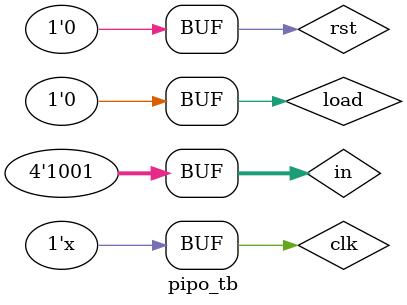
<source format=v>
module pipo(in,load,clk,rst,q);
  input load,clk,rst;
  input [3:0]in;
  output reg [3:0]q;
  always @(posedge clk,posedge rst)
  begin
    if(rst)
      q<=4'b0;
    else
      begin
        if(load)
          q<=in;
        else
          q<=q;
      end
  end
endmodule

module pipo_tb;
  reg load,clk,rst;
  reg [3:0]in;
  wire [3:0]q;
  pipo R3(in,load,clk,rst,q);
  
  always
  #5 clk=~clk;
  
  initial
  begin
  load=1;clk=0;rst=1;in=4'b1101;#10;
  
  rst=0;#10;
  load=0;#40;
  load=1; in=4'b1001;#10;
  load=0;
end
endmodule

</source>
